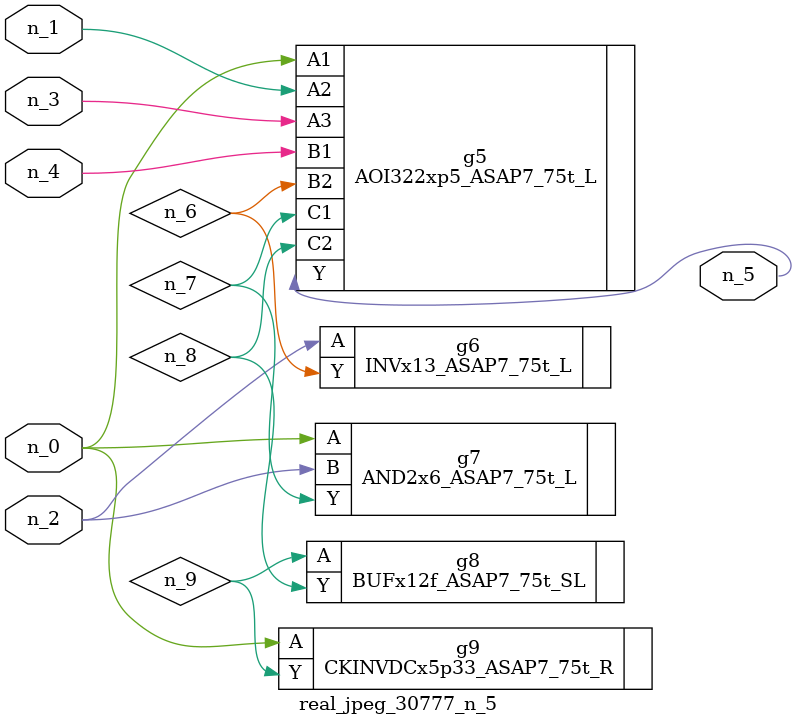
<source format=v>
module real_jpeg_30777_n_5 (n_4, n_0, n_1, n_2, n_3, n_5);

input n_4;
input n_0;
input n_1;
input n_2;
input n_3;

output n_5;

wire n_8;
wire n_6;
wire n_7;
wire n_9;

AOI322xp5_ASAP7_75t_L g5 ( 
.A1(n_0),
.A2(n_1),
.A3(n_3),
.B1(n_4),
.B2(n_6),
.C1(n_7),
.C2(n_8),
.Y(n_5)
);

AND2x6_ASAP7_75t_L g7 ( 
.A(n_0),
.B(n_2),
.Y(n_7)
);

CKINVDCx5p33_ASAP7_75t_R g9 ( 
.A(n_0),
.Y(n_9)
);

INVx13_ASAP7_75t_L g6 ( 
.A(n_2),
.Y(n_6)
);

BUFx12f_ASAP7_75t_SL g8 ( 
.A(n_9),
.Y(n_8)
);


endmodule
</source>
